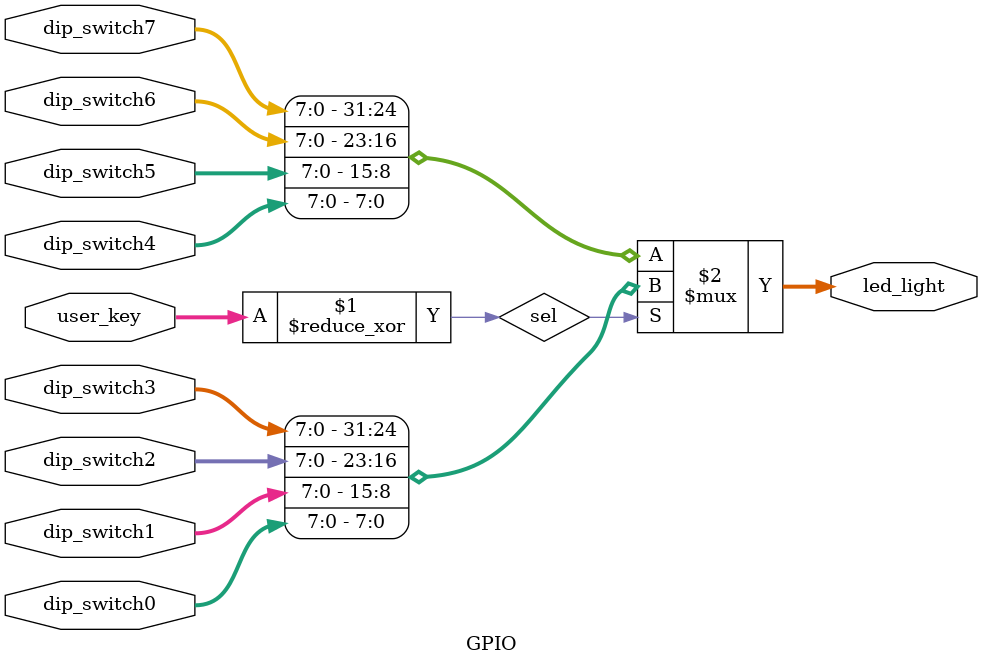
<source format=v>
`timescale 1ns / 1ps


module GPIO (
    // dip switch
    input [7:0] dip_switch0,
    input [7:0] dip_switch1,
    input [7:0] dip_switch2,
    input [7:0] dip_switch3,
    input [7:0] dip_switch4,
    input [7:0] dip_switch5,
    input [7:0] dip_switch6,
    input [7:0] dip_switch7,
    // key
    input [7:0] user_key,
    // led
    output [31:0] led_light
);
    wire sel = ^user_key;
    assign led_light = sel ? {dip_switch3,dip_switch2,dip_switch1,dip_switch0} : 
                             {dip_switch7,dip_switch6,dip_switch5,dip_switch4};
endmodule


</source>
